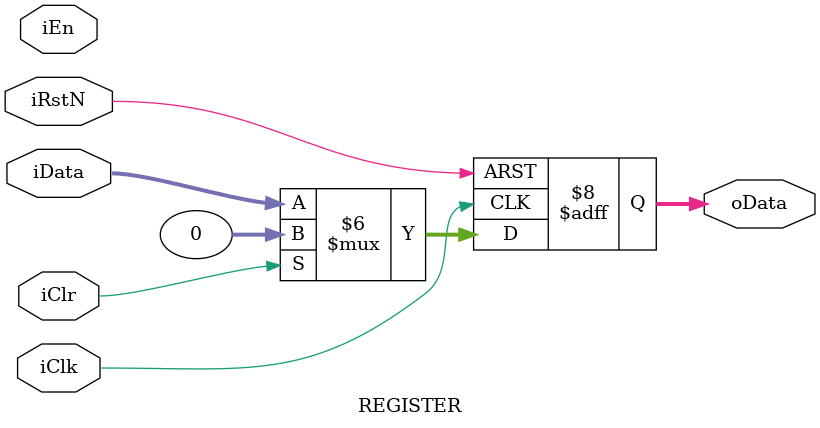
<source format=v>
`ifndef REGISTER
`define REGISTER

module REGISTER #(
    parameter BITWIDTH=32
) (
    input wire iClk,
    input wire iRstN,
    input wire iEn,
    input wire iClr,
    input wire [BITWIDTH-1 : 0] iData,
    output reg [BITWIDTH-1 : 0] oData
);

    always@(posedge iClk or negedge iRstN) begin
        if (~iRstN) begin
            oData <= 0;
        end else begin
            if (iClr) begin
                oData <= 0;
            end else begin
                if (iEn) begin
                    oData <= iData;
                end else begin
                    oData <= iData;
                end
            end
        end
    end

endmodule

`endif

</source>
